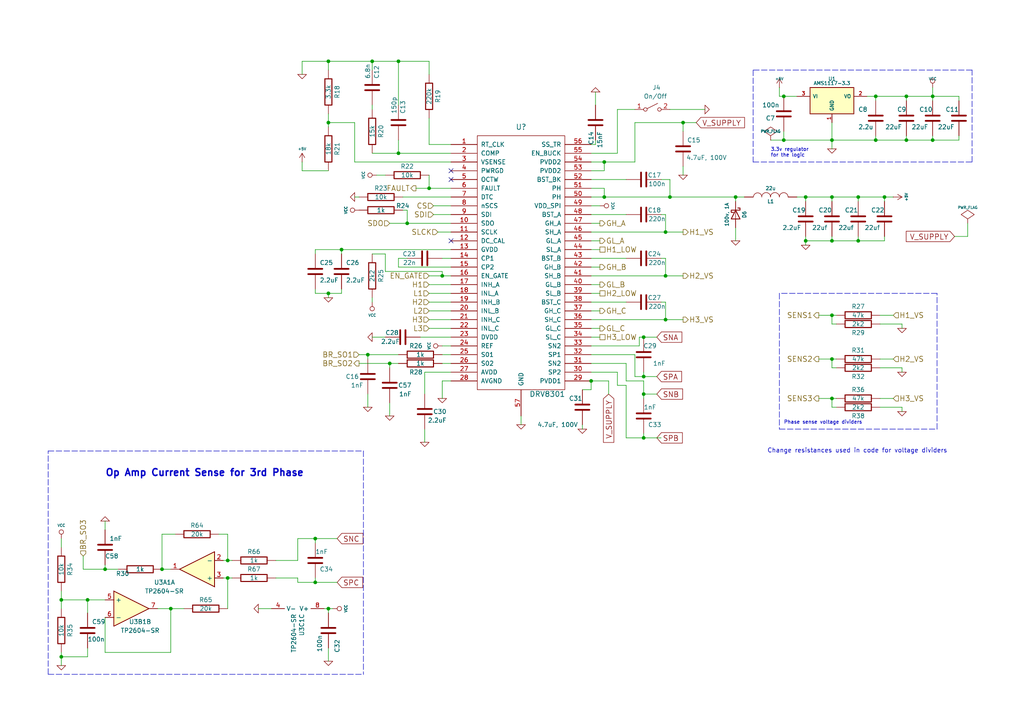
<source format=kicad_sch>
(kicad_sch (version 20250114) (generator "eeschema") (generator_version "9.0")
  (paper "A4")
  (title_block (title "Cheap FOCer 2") (date "2020-04-08") (rev "0.9") (company "Shaman Systems") (comment 1 "Root") (comment 4 "Top level"))
  (text "3.3v regulator\nfor the logic" (at 223.52 45.72 0) (effects (font (size 1.016 1.016)) (justify left bottom)))
  (text "Op Amp Current Sense for 3rd Phase" (at 30.48 138.43 0) (effects (font (size 2.0066 2.0066) (thickness 0.4013) (bold yes)) (justify left bottom)))
  (text "Change resistances used in code for voltage dividers" (at 248.666 130.81 0) (effects (font (size 1.27 1.27))))
  (text "Phase sense voltage dividers" (at 227.33 123.19 0) (effects (font (size 1.016 1.016)) (justify left bottom)))
  (junction (at 66.04 167.64))
  (junction (at 171.45 110.49))
  (junction (at 193.04 92.71))
  (junction (at 91.44 168.91))
  (junction (at 106.68 102.87))
  (junction (at 227.33 40.64))
  (junction (at 46.99 165.1))
  (junction (at 91.44 156.21))
  (junction (at 254 40.64))
  (junction (at 241.3 104.14))
  (junction (at 241.3 69.85))
  (junction (at 248.92 57.15))
  (junction (at 262.89 40.64))
  (junction (at 233.68 57.15))
  (junction (at 113.03 105.41))
  (junction (at 256.54 57.15))
  (junction (at 186.69 109.22))
  (junction (at 175.26 46.99))
  (junction (at 95.25 85.09))
  (junction (at 95.25 35.56))
  (junction (at 198.12 35.56))
  (junction (at 175.26 57.15))
  (junction (at 270.51 27.94))
  (junction (at 99.06 72.39))
  (junction (at 95.25 176.53))
  (junction (at 128.27 80.01))
  (junction (at 193.04 67.31))
  (junction (at 186.69 114.3))
  (junction (at 49.53 176.53))
  (junction (at 124.46 54.61))
  (junction (at 115.57 44.45))
  (junction (at 25.4 173.99))
  (junction (at 30.48 165.1))
  (junction (at 95.25 17.78))
  (junction (at 194.31 57.15))
  (junction (at 254 27.94))
  (junction (at 186.69 97.79))
  (junction (at 17.78 173.99))
  (junction (at 270.51 40.64))
  (junction (at 186.69 127))
  (junction (at 233.68 69.85))
  (junction (at 193.04 80.01))
  (junction (at 213.36 57.15))
  (junction (at 241.3 115.57))
  (junction (at 17.78 190.5))
  (junction (at 227.33 27.94))
  (junction (at 118.11 64.77))
  (junction (at 241.3 91.44))
  (junction (at 262.89 27.94))
  (junction (at 66.04 162.56))
  (junction (at 241.3 40.64))
  (junction (at 115.57 17.78))
  (junction (at 107.95 17.78))
  (junction (at 248.92 69.85))
  (junction (at 241.3 57.15))
  (no_connect (at 130.81 52.07))
  (no_connect (at 130.81 69.85))
  (no_connect (at 130.81 49.53))
  (wire (pts (xy 17.78 173.99) (xy 25.4 173.99)))
  (wire (pts (xy 233.68 69.85) (xy 233.68 68.58)))
  (wire (pts (xy 128.27 110.49) (xy 128.27 115.57)))
  (wire (pts (xy 194.31 31.75) (xy 204.47 31.75)))
  (wire (pts (xy 113.03 120.65) (xy 113.03 116.84)))
  (wire (pts (xy 50.8 154.94) (xy 46.99 154.94)))
  (wire (pts (xy 241.3 106.68) (xy 242.57 106.68)))
  (wire (pts (xy 237.49 115.57) (xy 241.3 115.57)))
  (wire (pts (xy 95.25 49.53) (xy 87.63 49.53)))
  (wire (pts (xy 179.07 31.75) (xy 179.07 44.45)))
  (wire (pts (xy 17.78 156.21) (xy 17.78 158.75)))
  (wire (pts (xy 213.36 58.42) (xy 213.36 57.15)))
  (wire (pts (xy 255.27 91.44) (xy 259.08 91.44)))
  (wire (pts (xy 173.99 82.55) (xy 171.45 82.55)))
  (wire (pts (xy 63.5 154.94) (xy 66.04 154.94)))
  (wire (pts (xy 280.67 68.58) (xy 276.86 68.58)))
  (wire (pts (xy 270.51 40.64) (xy 270.51 39.37)))
  (wire (pts (xy 241.3 35.56) (xy 241.3 40.64)))
  (wire (pts (xy 128.27 105.41) (xy 130.81 105.41)))
  (wire (pts (xy 25.4 173.99) (xy 30.48 173.99)))
  (polyline (pts (xy 281.94 46.99) (xy 281.94 20.32)) (stroke (width 0) (type dash)))
  (wire (pts (xy 171.45 102.87) (xy 184.15 102.87)))
  (wire (pts (xy 124.46 17.78) (xy 115.57 17.78)))
  (wire (pts (xy 173.99 90.17) (xy 171.45 90.17)))
  (wire (pts (xy 99.06 83.82) (xy 99.06 85.09)))
  (wire (pts (xy 193.04 67.31) (xy 198.12 67.31)))
  (wire (pts (xy 66.04 154.94) (xy 66.04 162.56)))
  (wire (pts (xy 255.27 118.11) (xy 261.62 118.11)))
  (wire (pts (xy 107.95 17.78) (xy 95.25 17.78)))
  (wire (pts (xy 151.13 120.65) (xy 151.13 123.19)))
  (wire (pts (xy 255.27 115.57) (xy 259.08 115.57)))
  (polyline (pts (xy 13.97 130.81) (xy 105.41 130.81)) (stroke (width 0) (type dash)))
  (wire (pts (xy 193.04 62.23) (xy 193.04 67.31)))
  (wire (pts (xy 128.27 100.33) (xy 130.81 100.33)))
  (wire (pts (xy 186.69 127) (xy 191.77 127)))
  (wire (pts (xy 193.04 80.01) (xy 198.12 80.01)))
  (wire (pts (xy 99.06 73.66) (xy 99.06 72.39)))
  (wire (pts (xy 173.99 77.47) (xy 171.45 77.47)))
  (wire (pts (xy 193.04 87.63) (xy 193.04 92.71)))
  (wire (pts (xy 278.13 27.94) (xy 278.13 29.21)))
  (wire (pts (xy 254 40.64) (xy 254 39.37)))
  (wire (pts (xy 241.3 40.64) (xy 241.3 43.18)))
  (wire (pts (xy 248.92 69.85) (xy 248.92 68.58)))
  (wire (pts (xy 107.95 31.75) (xy 107.95 30.48)))
  (wire (pts (xy 115.57 40.64) (xy 115.57 44.45)))
  (wire (pts (xy 241.3 91.44) (xy 242.57 91.44)))
  (wire (pts (xy 66.04 162.56) (xy 64.77 162.56)))
  (wire (pts (xy 115.57 74.93) (xy 115.57 77.47)))
  (wire (pts (xy 231.14 57.15) (xy 233.68 57.15)))
  (wire (pts (xy 171.45 87.63) (xy 181.61 87.63)))
  (wire (pts (xy 128.27 74.93) (xy 130.81 74.93)))
  (wire (pts (xy 194.31 57.15) (xy 213.36 57.15)))
  (wire (pts (xy 179.07 111.76) (xy 179.07 107.95)))
  (wire (pts (xy 49.53 176.53) (xy 45.72 176.53)))
  (wire (pts (xy 124.46 21.59) (xy 124.46 17.78)))
  (wire (pts (xy 241.3 104.14) (xy 241.3 106.68)))
  (wire (pts (xy 91.44 168.91) (xy 86.36 168.91)))
  (wire (pts (xy 113.03 106.68) (xy 113.03 105.41)))
  (wire (pts (xy 237.49 104.14) (xy 241.3 104.14)))
  (wire (pts (xy 233.68 69.85) (xy 241.3 69.85)))
  (wire (pts (xy 262.89 27.94) (xy 270.51 27.94)))
  (wire (pts (xy 179.07 44.45) (xy 171.45 44.45)))
  (wire (pts (xy 30.48 179.07) (xy 30.48 189.23)))
  (wire (pts (xy 176.53 110.49) (xy 176.53 114.3)))
  (wire (pts (xy 270.51 25.4) (xy 270.51 27.94)))
  (wire (pts (xy 254 27.94) (xy 262.89 27.94)))
  (wire (pts (xy 184.15 102.87) (xy 184.15 109.22)))
  (wire (pts (xy 233.68 57.15) (xy 241.3 57.15)))
  (wire (pts (xy 91.44 168.91) (xy 97.79 168.91)))
  (wire (pts (xy 255.27 106.68) (xy 261.62 106.68)))
  (polyline (pts (xy 13.97 195.58) (xy 105.41 195.58)) (stroke (width 0) (type dash)))
  (wire (pts (xy 121.92 97.79) (xy 130.81 97.79)))
  (wire (pts (xy 256.54 58.42) (xy 256.54 57.15)))
  (wire (pts (xy 25.4 187.96) (xy 25.4 190.5)))
  (wire (pts (xy 171.45 57.15) (xy 175.26 57.15)))
  (wire (pts (xy 184.15 35.56) (xy 184.15 46.99)))
  (wire (pts (xy 64.77 167.64) (xy 66.04 167.64)))
  (wire (pts (xy 226.06 27.94) (xy 226.06 25.4)))
  (polyline (pts (xy 281.94 20.32) (xy 218.44 20.32)) (stroke (width 0) (type dash)))
  (wire (pts (xy 104.14 102.87) (xy 106.68 102.87)))
  (wire (pts (xy 270.51 27.94) (xy 278.13 27.94)))
  (wire (pts (xy 124.46 41.91) (xy 130.81 41.91)))
  (wire (pts (xy 86.36 156.21) (xy 91.44 156.21)))
  (wire (pts (xy 111.76 78.74) (xy 128.27 78.74)))
  (wire (pts (xy 107.95 87.63) (xy 107.95 86.36)))
  (wire (pts (xy 124.46 54.61) (xy 130.81 54.61)))
  (wire (pts (xy 118.11 64.77) (xy 113.03 64.77)))
  (wire (pts (xy 193.04 87.63) (xy 191.77 87.63)))
  (wire (pts (xy 186.69 127) (xy 181.61 127)))
  (wire (pts (xy 66.04 176.53) (xy 66.04 167.64)))
  (wire (pts (xy 171.45 105.41) (xy 181.61 105.41)))
  (wire (pts (xy 125.73 59.69) (xy 130.81 59.69)))
  (wire (pts (xy 128.27 78.74) (xy 128.27 80.01)))
  (wire (pts (xy 118.11 74.93) (xy 115.57 74.93)))
  (wire (pts (xy 280.67 64.77) (xy 280.67 68.58)))
  (wire (pts (xy 241.3 57.15) (xy 248.92 57.15)))
  (wire (pts (xy 255.27 104.14) (xy 259.08 104.14)))
  (wire (pts (xy 17.78 171.45) (xy 17.78 173.99)))
  (wire (pts (xy 186.69 97.79) (xy 190.5 97.79)))
  (wire (pts (xy 124.46 41.91) (xy 124.46 34.29)))
  (wire (pts (xy 95.25 191.77) (xy 95.25 187.96)))
  (wire (pts (xy 102.87 35.56) (xy 95.25 35.56)))
  (wire (pts (xy 227.33 40.64) (xy 241.3 40.64)))
  (wire (pts (xy 17.78 190.5) (xy 17.78 189.23)))
  (wire (pts (xy 124.46 50.8) (xy 124.46 54.61)))
  (wire (pts (xy 86.36 168.91) (xy 86.36 167.64)))
  (wire (pts (xy 115.57 44.45) (xy 130.81 44.45)))
  (wire (pts (xy 130.81 85.09) (xy 124.46 85.09)))
  (wire (pts (xy 175.26 49.53) (xy 171.45 49.53)))
  (wire (pts (xy 226.06 27.94) (xy 227.33 27.94)))
  (wire (pts (xy 278.13 40.64) (xy 270.51 40.64)))
  (wire (pts (xy 181.61 105.41) (xy 181.61 110.49)))
  (wire (pts (xy 124.46 95.25) (xy 130.81 95.25)))
  (wire (pts (xy 171.45 97.79) (xy 173.99 97.79)))
  (polyline (pts (xy 271.78 124.46) (xy 271.78 85.09)) (stroke (width 0) (type dash)))
  (wire (pts (xy 172.72 26.67) (xy 172.72 30.48)))
  (wire (pts (xy 173.99 69.85) (xy 171.45 69.85)))
  (wire (pts (xy 91.44 156.21) (xy 97.79 156.21)))
  (wire (pts (xy 124.46 80.01) (xy 128.27 80.01)))
  (wire (pts (xy 256.54 69.85) (xy 248.92 69.85)))
  (wire (pts (xy 95.25 17.78) (xy 87.63 17.78)))
  (wire (pts (xy 17.78 173.99) (xy 17.78 176.53)))
  (wire (pts (xy 175.26 54.61) (xy 175.26 57.15)))
  (wire (pts (xy 184.15 46.99) (xy 175.26 46.99)))
  (wire (pts (xy 237.49 91.44) (xy 241.3 91.44)))
  (wire (pts (xy 261.62 106.68) (xy 261.62 107.95)))
  (wire (pts (xy 171.45 92.71) (xy 193.04 92.71)))
  (wire (pts (xy 87.63 17.78) (xy 87.63 21.59)))
  (wire (pts (xy 262.89 39.37) (xy 262.89 40.64)))
  (wire (pts (xy 116.84 57.15) (xy 130.81 57.15)))
  (wire (pts (xy 124.46 92.71) (xy 130.81 92.71)))
  (wire (pts (xy 95.25 33.02) (xy 95.25 35.56)))
  (wire (pts (xy 185.42 97.79) (xy 186.69 97.79)))
  (wire (pts (xy 95.25 85.09) (xy 91.44 85.09)))
  (wire (pts (xy 186.69 110.49) (xy 186.69 114.3)))
  (wire (pts (xy 227.33 38.1) (xy 227.33 40.64)))
  (wire (pts (xy 99.06 85.09) (xy 95.25 85.09)))
  (wire (pts (xy 123.19 107.95) (xy 130.81 107.95)))
  (wire (pts (xy 173.99 64.77) (xy 171.45 64.77)))
  (wire (pts (xy 46.99 154.94) (xy 46.99 165.1)))
  (polyline (pts (xy 218.44 20.32) (xy 218.44 46.99)) (stroke (width 0) (type dash)))
  (wire (pts (xy 130.81 90.17) (xy 124.46 90.17)))
  (wire (pts (xy 186.69 109.22) (xy 190.5 109.22)))
  (wire (pts (xy 171.45 110.49) (xy 176.53 110.49)))
  (wire (pts (xy 96.52 176.53) (xy 95.25 176.53)))
  (wire (pts (xy 171.45 54.61) (xy 175.26 54.61)))
  (wire (pts (xy 185.42 97.79) (xy 185.42 100.33)))
  (wire (pts (xy 30.48 189.23) (xy 49.53 189.23)))
  (wire (pts (xy 53.34 176.53) (xy 49.53 176.53)))
  (wire (pts (xy 127 67.31) (xy 130.81 67.31)))
  (wire (pts (xy 80.01 162.56) (xy 86.36 162.56)))
  (wire (pts (xy 227.33 27.94) (xy 231.14 27.94)))
  (wire (pts (xy 198.12 48.26) (xy 198.12 50.8)))
  (wire (pts (xy 30.48 165.1) (xy 34.29 165.1)))
  (wire (pts (xy 95.25 85.09) (xy 95.25 86.36)))
  (wire (pts (xy 171.45 72.39) (xy 173.99 72.39)))
  (wire (pts (xy 104.14 57.15) (xy 102.87 57.15)))
  (wire (pts (xy 175.26 57.15) (xy 194.31 57.15)))
  (wire (pts (xy 128.27 80.01) (xy 130.81 80.01)))
  (wire (pts (xy 213.36 66.04) (xy 213.36 69.85)))
  (wire (pts (xy 251.46 27.94) (xy 254 27.94)))
  (polyline (pts (xy 226.06 124.46) (xy 271.78 124.46)) (stroke (width 0) (type dash)))
  (wire (pts (xy 173.99 59.69) (xy 171.45 59.69)))
  (wire (pts (xy 17.78 193.04) (xy 17.78 190.5)))
  (wire (pts (xy 171.45 46.99) (xy 175.26 46.99)))
  (wire (pts (xy 171.45 67.31) (xy 193.04 67.31)))
  (polyline (pts (xy 271.78 85.09) (xy 226.06 85.09)) (stroke (width 0) (type dash)))
  (wire (pts (xy 49.53 189.23) (xy 49.53 176.53)))
  (wire (pts (xy 241.3 93.98) (xy 241.3 91.44)))
  (wire (pts (xy 95.25 176.53) (xy 93.98 176.53)))
  (wire (pts (xy 25.4 177.8) (xy 25.4 173.99)))
  (wire (pts (xy 241.3 118.11) (xy 241.3 115.57)))
  (wire (pts (xy 91.44 72.39) (xy 99.06 72.39)))
  (wire (pts (xy 241.3 68.58) (xy 241.3 69.85)))
  (wire (pts (xy 123.19 107.95) (xy 123.19 114.3)))
  (wire (pts (xy 24.13 161.29) (xy 24.13 165.1)))
  (wire (pts (xy 102.87 46.99) (xy 102.87 35.56)))
  (wire (pts (xy 191.77 52.07) (xy 194.31 52.07)))
  (wire (pts (xy 248.92 58.42) (xy 248.92 57.15)))
  (wire (pts (xy 116.84 60.96) (xy 118.11 60.96)))
  (wire (pts (xy 124.46 87.63) (xy 130.81 87.63)))
  (wire (pts (xy 186.69 115.57) (xy 186.69 114.3)))
  (wire (pts (xy 128.27 102.87) (xy 130.81 102.87)))
  (wire (pts (xy 107.95 73.66) (xy 111.76 73.66)))
  (wire (pts (xy 128.27 110.49) (xy 130.81 110.49)))
  (wire (pts (xy 198.12 35.56) (xy 201.93 35.56)))
  (wire (pts (xy 118.11 60.96) (xy 118.11 64.77)))
  (wire (pts (xy 168.91 123.19) (xy 168.91 124.46)))
  (wire (pts (xy 241.3 40.64) (xy 254 40.64)))
  (polyline (pts (xy 105.41 130.81) (xy 105.41 195.58)) (stroke (width 0) (type dash)))
  (wire (pts (xy 95.25 20.32) (xy 95.25 17.78)))
  (polyline (pts (xy 218.44 46.99) (xy 281.94 46.99)) (stroke (width 0) (type dash)))
  (wire (pts (xy 124.46 82.55) (xy 130.81 82.55)))
  (wire (pts (xy 111.76 97.79) (xy 107.95 97.79)))
  (wire (pts (xy 256.54 57.15) (xy 259.08 57.15)))
  (wire (pts (xy 91.44 157.48) (xy 91.44 156.21)))
  (wire (pts (xy 241.3 69.85) (xy 248.92 69.85)))
  (wire (pts (xy 181.61 111.76) (xy 179.07 111.76)))
  (wire (pts (xy 66.04 167.64) (xy 67.31 167.64)))
  (wire (pts (xy 130.81 64.77) (xy 118.11 64.77)))
  (wire (pts (xy 124.46 54.61) (xy 120.65 54.61)))
  (wire (pts (xy 172.72 41.91) (xy 172.72 40.64)))
  (wire (pts (xy 67.31 162.56) (xy 66.04 162.56)))
  (wire (pts (xy 193.04 74.93) (xy 193.04 80.01)))
  (wire (pts (xy 278.13 39.37) (xy 278.13 40.64)))
  (wire (pts (xy 255.27 93.98) (xy 261.62 93.98)))
  (wire (pts (xy 223.52 40.64) (xy 227.33 40.64)))
  (wire (pts (xy 242.57 118.11) (xy 241.3 118.11)))
  (wire (pts (xy 171.45 41.91) (xy 172.72 41.91)))
  (wire (pts (xy 24.13 165.1) (xy 30.48 165.1)))
  (wire (pts (xy 198.12 38.1) (xy 198.12 35.56)))
  (wire (pts (xy 248.92 57.15) (xy 256.54 57.15)))
  (wire (pts (xy 109.22 50.8) (xy 111.76 50.8)))
  (wire (pts (xy 181.61 127) (xy 181.61 111.76)))
  (wire (pts (xy 115.57 17.78) (xy 107.95 17.78)))
  (wire (pts (xy 74.93 176.53) (xy 78.74 176.53)))
  (polyline (pts (xy 226.06 85.09) (xy 226.06 124.46)) (stroke (width 0) (type dash)))
  (wire (pts (xy 91.44 73.66) (xy 91.44 72.39)))
  (wire (pts (xy 104.14 105.41) (xy 113.03 105.41)))
  (wire (pts (xy 171.45 113.03) (xy 171.45 110.49)))
  (wire (pts (xy 261.62 118.11) (xy 261.62 119.38)))
  (wire (pts (xy 130.81 46.99) (xy 102.87 46.99)))
  (wire (pts (xy 106.68 104.14) (xy 106.68 102.87)))
  (wire (pts (xy 173.99 95.25) (xy 171.45 95.25)))
  (wire (pts (xy 181.61 110.49) (xy 186.69 110.49)))
  (wire (pts (xy 171.45 100.33) (xy 185.42 100.33)))
  (wire (pts (xy 179.07 31.75) (xy 184.15 31.75)))
  (wire (pts (xy 49.53 165.1) (xy 46.99 165.1)))
  (wire (pts (xy 262.89 27.94) (xy 262.89 29.21)))
  (wire (pts (xy 125.73 62.23) (xy 130.81 62.23)))
  (wire (pts (xy 115.57 30.48) (xy 115.57 17.78)))
  (wire (pts (xy 106.68 102.87) (xy 115.57 102.87)))
  (wire (pts (xy 262.89 40.64) (xy 270.51 40.64)))
  (wire (pts (xy 181.61 62.23) (xy 171.45 62.23)))
  (wire (pts (xy 213.36 57.15) (xy 215.9 57.15)))
  (wire (pts (xy 241.3 104.14) (xy 242.57 104.14)))
  (wire (pts (xy 107.95 20.32) (xy 107.95 17.78)))
  (wire (pts (xy 194.31 52.07) (xy 194.31 57.15)))
  (wire (pts (xy 241.3 58.42) (xy 241.3 57.15)))
  (wire (pts (xy 115.57 77.47) (xy 130.81 77.47)))
  (wire (pts (xy 233.68 57.15) (xy 233.68 58.42)))
  (wire (pts (xy 107.95 44.45) (xy 115.57 44.45)))
  (wire (pts (xy 30.48 151.13) (xy 30.48 153.67)))
  (wire (pts (xy 193.04 92.71) (xy 198.12 92.71)))
  (wire (pts (xy 111.76 73.66) (xy 111.76 78.74)))
  (wire (pts (xy 95.25 35.56) (xy 95.25 36.83)))
  (wire (pts (xy 173.99 85.09) (xy 171.45 85.09)))
  (wire (pts (xy 193.04 62.23) (xy 191.77 62.23)))
  (wire (pts (xy 186.69 109.22) (xy 184.15 109.22)))
  (wire (pts (xy 254 27.94) (xy 254 29.21)))
  (wire (pts (xy 80.01 167.64) (xy 86.36 167.64)))
  (wire (pts (xy 91.44 167.64) (xy 91.44 168.91)))
  (wire (pts (xy 186.69 114.3) (xy 190.5 114.3)))
  (wire (pts (xy 87.63 49.53) (xy 87.63 46.99)))
  (wire (pts (xy 181.61 74.93) (xy 171.45 74.93)))
  (wire (pts (xy 233.68 71.12) (xy 233.68 69.85)))
  (wire (pts (xy 254 40.64) (xy 262.89 40.64)))
  (wire (pts (xy 242.57 93.98) (xy 241.3 93.98)))
  (wire (pts (xy 113.03 105.41) (xy 115.57 105.41)))
  (wire (pts (xy 123.19 128.27) (xy 123.19 124.46)))
  (wire (pts (xy 261.62 93.98) (xy 261.62 95.25)))
  (wire (pts (xy 106.68 118.11) (xy 106.68 114.3)))
  (wire (pts (xy 171.45 80.01) (xy 193.04 80.01)))
  (wire (pts (xy 270.51 27.94) (xy 270.51 29.21)))
  (wire (pts (xy 86.36 156.21) (xy 86.36 162.56)))
  (wire (pts (xy 25.4 190.5) (xy 17.78 190.5)))
  (polyline (pts (xy 13.97 195.58) (xy 13.97 130.81)) (stroke (width 0) (type dash)))
  (wire (pts (xy 186.69 125.73) (xy 186.69 127)))
  (wire (pts (xy 256.54 68.58) (xy 256.54 69.85)))
  (wire (pts (xy 181.61 52.07) (xy 171.45 52.07)))
  (wire (pts (xy 171.45 107.95) (xy 179.07 107.95)))
  (wire (pts (xy 186.69 107.95) (xy 186.69 109.22)))
  (wire (pts (xy 241.3 115.57) (xy 242.57 115.57)))
  (wire (pts (xy 30.48 163.83) (xy 30.48 165.1)))
  (wire (pts (xy 184.15 35.56) (xy 198.12 35.56)))
  (wire (pts (xy 95.25 177.8) (xy 95.25 176.53)))
  (wire (pts (xy 171.45 113.03) (xy 168.91 113.03)))
  (wire (pts (xy 175.26 46.99) (xy 175.26 49.53)))
  (wire (pts (xy 91.44 85.09) (xy 91.44 83.82)))
  (wire (pts (xy 193.04 74.93) (xy 191.77 74.93)))
  (wire (pts (xy 99.06 72.39) (xy 130.81 72.39)))
  (global_label "SNB" (shape input) (at 190.5 114.3 0) (effects (font (size 1.524 1.524))) (property "Intersheetrefs" "${INTERSHEET_REFS}" (effects (hide yes))))
  (global_label "SPC" (shape input) (at 97.79 168.91 0) (effects (font (size 1.524 1.524))) (property "Intersheetrefs" "${INTERSHEET_REFS}" (effects (hide yes))))
  (global_label "V_SUPPLY" (shape input) (at 201.93 35.56 0) (effects (font (size 1.524 1.524))) (property "Intersheetrefs" "${INTERSHEET_REFS}" (effects (hide yes))))
  (global_label "SPB" (shape input) (at 190.5 127 0) (effects (font (size 1.524 1.524))) (property "Intersheetrefs" "${INTERSHEET_REFS}" (effects (hide yes))))
  (global_label "V_SUPPLY" (shape input) (at 276.86 68.58 180) (effects (font (size 1.524 1.524))) (property "Intersheetrefs" "${INTERSHEET_REFS}" (effects (hide yes))))
  (global_label "SNC" (shape input) (at 97.79 156.21 0) (effects (font (size 1.524 1.524))) (property "Intersheetrefs" "${INTERSHEET_REFS}" (effects (hide yes))))
  (global_label "SNA" (shape input) (at 190.5 97.79 0) (effects (font (size 1.524 1.524))) (property "Intersheetrefs" "${INTERSHEET_REFS}" (effects (hide yes))))
  (global_label "SPA" (shape input) (at 190.5 109.22 0) (effects (font (size 1.524 1.524))) (property "Intersheetrefs" "${INTERSHEET_REFS}" (effects (hide yes))))
  (global_label "V_SUPPLY" (shape input) (at 176.53 114.3 270) (effects (font (size 1.524 1.524))) (property "Intersheetrefs" "${INTERSHEET_REFS}" (effects (hide yes))))
  (hierarchical_label "H3_LOW" (shape passive) (at 173.99 97.79 0) (effects (font (size 1.524 1.524))))
  (hierarchical_label "GH_A" (shape output) (at 173.99 64.77 0) (effects (font (size 1.524 1.524))))
  (hierarchical_label "H2_VS" (shape input) (at 259.08 104.14 0) (effects (font (size 1.524 1.524))))
  (hierarchical_label "H2_LOW" (shape passive) (at 173.99 85.09 0) (effects (font (size 1.524 1.524))))
  (hierarchical_label "SENS2" (shape output) (at 237.49 104.14 180) (effects (font (size 1.524 1.524))))
  (hierarchical_label "GH_C" (shape output) (at 173.99 90.17 0) (effects (font (size 1.524 1.524))))
  (hierarchical_label "SENS3" (shape output) (at 237.49 115.57 180) (effects (font (size 1.524 1.524))))
  (hierarchical_label "H2" (shape input) (at 124.46 87.63 180) (effects (font (size 1.524 1.524))))
  (hierarchical_label "L2" (shape input) (at 124.46 90.17 180) (effects (font (size 1.524 1.524))))
  (hierarchical_label "BR_SO2" (shape output) (at 104.14 105.41 180) (effects (font (size 1.524 1.524))))
  (hierarchical_label "GH_B" (shape output) (at 173.99 77.47 0) (effects (font (size 1.524 1.524))))
  (hierarchical_label "GL_B" (shape output) (at 173.99 82.55 0) (effects (font (size 1.524 1.524))))
  (hierarchical_label "H1_LOW" (shape passive) (at 173.99 72.39 0) (effects (font (size 1.524 1.524))))
  (hierarchical_label "FAULT" (shape output) (at 120.65 54.61 180) (effects (font (size 1.524 1.524))))
  (hierarchical_label "H3_VS" (shape input) (at 259.08 115.57 0) (effects (font (size 1.524 1.524))))
  (hierarchical_label "H3" (shape input) (at 124.46 92.71 180) (effects (font (size 1.524 1.524))))
  (hierarchical_label "L3" (shape input) (at 124.46 95.25 180) (effects (font (size 1.524 1.524))))
  (hierarchical_label "EN_GATE" (shape input) (at 124.46 80.01 180) (effects (font (size 1.524 1.524))))
  (hierarchical_label "GL_C" (shape output) (at 173.99 95.25 0) (effects (font (size 1.524 1.524))))
  (hierarchical_label "SLCK" (shape input) (at 127 67.31 180) (effects (font (size 1.524 1.524))))
  (hierarchical_label "SENS1" (shape output) (at 237.49 91.44 180) (effects (font (size 1.524 1.524))))
  (hierarchical_label "H1_VS" (shape input) (at 259.08 91.44 0) (effects (font (size 1.524 1.524))))
  (hierarchical_label "BR_SO3" (shape input) (at 24.13 161.29 90) (effects (font (size 1.524 1.524))))
  (hierarchical_label "H3_VS" (shape output) (at 198.12 92.71 0) (effects (font (size 1.524 1.524))))
  (hierarchical_label "H1_VS" (shape output) (at 198.12 67.31 0) (effects (font (size 1.524 1.524))))
  (hierarchical_label "H1" (shape input) (at 124.46 82.55 180) (effects (font (size 1.524 1.524))))
  (hierarchical_label "SDI" (shape input) (at 125.73 62.23 180) (effects (font (size 1.524 1.524))))
  (hierarchical_label "BR_SO1" (shape input) (at 104.14 102.87 180) (effects (font (size 1.524 1.524))))
  (hierarchical_label "GL_A" (shape output) (at 173.99 69.85 0) (effects (font (size 1.524 1.524))))
  (hierarchical_label "CS" (shape input) (at 125.73 59.69 180) (effects (font (size 1.524 1.524))))
  (hierarchical_label "H2_VS" (shape output) (at 198.12 80.01 0) (effects (font (size 1.524 1.524))))
  (hierarchical_label "L1" (shape input) (at 124.46 85.09 180) (effects (font (size 1.524 1.524))))
  (hierarchical_label "SDO" (shape input) (at 113.03 64.77 180) (effects (font (size 1.524 1.524))))
  (symbol (lib_id "BLDC_4-rescue:R-RESCUE-BLDC_4") (at 248.92 91.44 270) (unit 1)
    (property "Reference" "R27" (at 248.92 88.9 90))
    (property "Value" "47k" (at 248.92 91.44 90))
    (property "Footprint" "Resistor_SMD:R_0603_1608Metric" (effects (hide yes)))
  )
  (symbol (lib_id "BLDC_4-rescue:R-RESCUE-BLDC_4") (at 248.92 93.98 270) (unit 1)
    (property "Reference" "R29" (at 248.92 96.52 90))
    (property "Value" "2k2" (at 248.92 93.98 90))
    (property "Footprint" "Resistor_SMD:R_0603_1608Metric" (effects (hide yes)))
  )
  (symbol (lib_id "BLDC_4-rescue:GND-RESCUE-BLDC_4") (at 261.62 95.25 0) (unit 1)
    (property "Reference" "#PWR044" (effects (hide yes)))
    (property "Value" "GND" (effects (hide yes)))
  )
  (symbol (lib_id "BLDC_4-rescue:GND-RESCUE-BLDC_4") (at 261.62 107.95 0) (unit 1)
    (property "Reference" "#PWR048" (effects (hide yes)))
    (property "Value" "GND" (effects (hide yes)))
  )
  (symbol (lib_id "BLDC_4-rescue:R-RESCUE-BLDC_4") (at 248.92 106.68 270) (unit 1)
    (property "Reference" "R32" (at 248.92 109.22 90))
    (property "Value" "2k2" (at 248.92 106.68 90))
    (property "Footprint" "Resistor_SMD:R_0603_1608Metric" (effects (hide yes)))
  )
  (symbol (lib_id "BLDC_4-rescue:R-RESCUE-BLDC_4") (at 248.92 118.11 270) (unit 1)
    (property "Reference" "R38" (at 248.92 120.65 90))
    (property "Value" "2k2" (at 248.92 118.11 90))
    (property "Footprint" "Resistor_SMD:R_0603_1608Metric" (effects (hide yes)))
  )
  (symbol (lib_id "BLDC_4-rescue:GND-RESCUE-BLDC_4") (at 261.62 119.38 0) (unit 1)
    (property "Reference" "#PWR052" (effects (hide yes)))
    (property "Value" "GND" (effects (hide yes)))
  )
  (symbol (lib_id "BLDC_4-rescue:DRV8301") (at 151.13 85.09 0) (unit 1)
    (property "Reference" "U2" (at 151.13 36.83 0) (effects (font (size 1.524 1.524))))
    (property "Value" "DRV8301" (at 158.75 114.3 0) (effects (font (size 1.524 1.524))))
    (property "Footprint" "Package_SO:HTSSOP-56-1EP_6.1x14mm_P0.5mm_EP3.61x6.35mm" (effects (hide yes)))
    (property "Datasheet" "http://www.ti.com/lit/ds/symlink/drv8353r.pdf" (effects (hide yes)))
    (instances (project "" (path "" (reference "U?") (unit 1)) (path "" (reference "U2") (unit 1))))
  )
  (symbol (lib_id "BLDC_4-rescue:INDUCTOR") (at 223.52 57.15 90) (unit 1)
    (property "Reference" "L1" (at 223.52 58.42 90) (effects (font (size 1.016 1.016))))
    (property "Value" "22u" (at 223.52 54.61 90) (effects (font (size 1.016 1.016))))
    (property "Footprint" "Inductor_SMD:L_Taiyo-Yuden_NR-60xx_HandSoldering" (effects (hide yes)))
  )
  (symbol (lib_id "BLDC_4-rescue:C-RESCUE-BLDC_4") (at 254 34.29 0) (unit 1)
    (property "Reference" "C8" (at 248.92 31.75 0) (effects (justify left)))
    (property "Value" "2.2u" (at 248.92 36.83 0) (effects (justify left)))
    (property "Footprint" "Capacitor_SMD:C_0603_1608Metric" (effects (hide yes)))
  )
  (symbol (lib_id "BLDC_4-rescue:GND-RESCUE-BLDC_4") (at 241.3 43.18 0) (unit 1)
    (property "Reference" "#PWR027" (effects (hide yes)))
    (property "Value" "GND" (effects (hide yes)))
  )
  (symbol (lib_id "BLDC_4-rescue:VCC") (at 270.51 25.4 0) (unit 1)
    (property "Reference" "#PWR026" (effects (hide yes)))
    (property "Value" "VCC" (at 270.51 22.86 0) (effects (font (size 0.762 0.762))))
  )
  (symbol (lib_id "BLDC_4-rescue:PWR_FLAG") (at 223.52 40.64 0) (unit 1)
    (property "Reference" "#FLG01" (effects (hide yes)))
    (property "Value" "PWR_FLAG" (at 223.52 38.1 0) (effects (font (size 0.762 0.762))))
  )
  (symbol (lib_id "BLDC_4-rescue:PWR_FLAG") (at 280.67 64.77 0) (unit 1)
    (property "Reference" "#FLG02" (effects (hide yes)))
    (property "Value" "PWR_FLAG" (at 280.67 60.198 0) (effects (font (size 0.762 0.762))))
  )
  (symbol (lib_id "BLDC_4-rescue:NCP1117ST33T3G") (at 241.3 29.21 0) (unit 1)
    (property "Reference" "U1" (at 241.3 22.86 0) (effects (font (size 1.016 1.016))))
    (property "Value" "AMS1117-3.3" (at 241.3 24.13 0) (effects (font (size 1.016 1.016))))
    (property "Footprint" "Package_TO_SOT_SMD:SOT-223-3_TabPin2" (effects (hide yes)))
  )
  (symbol (lib_id "BLDC_4-rescue:GND-RESCUE-BLDC_4") (at 87.63 21.59 0) (unit 1)
    (property "Reference" "#PWR028" (effects (hide yes)))
    (property "Value" "GND" (effects (hide yes)))
  )
  (symbol (lib_id "BLDC_4-rescue:C-RESCUE-BLDC_4") (at 115.57 35.56 0) (unit 1)
    (property "Reference" "C13" (at 116.84 33.02 90) (effects (justify left)))
    (property "Value" "150p" (at 114.3 33.02 90) (effects (justify left)))
    (property "Footprint" "Capacitor_SMD:C_0603_1608Metric" (effects (hide yes)))
  )
  (symbol (lib_id "BLDC_4-rescue:C-RESCUE-BLDC_4") (at 168.91 118.11 180) (unit 1)
    (property "Reference" "C31" (at 168.91 115.57 0) (effects (justify left)))
    (property "Value" "4.7uF, 100V" (at 167.64 123.19 0) (effects (justify left)))
    (property "Footprint" "Capacitor_SMD:C_1210_3225Metric" (effects (hide yes)))
  )
  (symbol (lib_id "BLDC_4-rescue:GND-RESCUE-BLDC_4") (at 151.13 123.19 0) (unit 1)
    (property "Reference" "#PWR047" (effects (hide yes)))
    (property "Value" "GND" (effects (hide yes)))
  )
  (symbol (lib_id "BLDC_4-rescue:GND-RESCUE-BLDC_4") (at 168.91 124.46 0) (unit 1)
    (property "Reference" "#PWR049" (effects (hide yes)))
    (property "Value" "GND" (effects (hide yes)))
  )
  (symbol (lib_id "BLDC_4-rescue:GND-RESCUE-BLDC_4") (at 198.12 50.8 0) (unit 1)
    (property "Reference" "#PWR033" (effects (hide yes)))
    (property "Value" "GND" (effects (hide yes)))
  )
  (symbol (lib_id "Device:D_Schottky") (at 213.36 62.23 270) (unit 1)
    (property "Reference" "D6" (at 215.9 62.23 0) (effects (font (size 1.016 1.016))))
    (property "Value" "100v, 1A" (at 210.82 62.23 0) (effects (font (size 1.016 1.016))))
    (property "Footprint" "Diode_SMD:D_SMA" (effects (hide yes)))
  )
  (symbol (lib_id "power:+5V") (at 226.06 25.4 0) (unit 1)
    (property "Reference" "#PWR025" (effects (hide yes)))
    (property "Value" "+5V" (at 226.06 22.86 0) (effects (font (size 0.762 0.762))))
  )
  (symbol (lib_id "BLDC_4-rescue:C-RESCUE-BLDC_4") (at 123.19 74.93 90) (unit 1)
    (property "Reference" "C23" (at 120.65 73.66 90) (effects (justify left)))
    (property "Value" "22n" (at 120.65 76.2 90) (effects (justify left)))
    (property "Footprint" "Capacitor_SMD:C_0603_1608Metric" (effects (hide yes)))
  )
  (symbol (lib_id "BLDC_4-rescue:C-RESCUE-BLDC_4") (at 116.84 97.79 270) (unit 1)
    (property "Reference" "C28" (at 111.76 96.52 90) (effects (justify left)))
    (property "Value" "2.2uF" (at 110.49 99.06 90) (effects (justify left)))
    (property "Footprint" "Capacitor_SMD:C_0603_1608Metric" (effects (hide yes)))
  )
  (symbol (lib_id "BLDC_4-rescue:C-RESCUE-BLDC_4") (at 123.19 119.38 180) (unit 1)
    (property "Reference" "C30" (at 129.54 119.38 0) (effects (justify left)))
    (property "Value" "2.2uF" (at 129.54 121.92 0) (effects (justify left)))
    (property "Footprint" "Capacitor_SMD:C_0603_1608Metric" (effects (hide yes)))
  )
  (symbol (lib_id "Switch:SW_SPST") (at 189.23 31.75 0) (unit 1)
    (property "Reference" "J4" (at 189.23 25.4 0) (effects (justify left)))
    (property "Value" "On/Off" (at 186.69 27.94 0) (effects (justify left)))
    (property "Footprint" "Connector_JST:JST_PH_B2B-PH-K_1x02_P2.00mm_Vertical" (effects (hide yes)))
  )
  (symbol (lib_id "BLDC_4-rescue:C-RESCUE-BLDC_4") (at 227.33 33.02 180) (unit 1)
    (property "Reference" "C7" (at 224.79 34.29 0) (effects (justify left)))
    (property "Value" "100n" (at 226.06 30.48 0) (effects (justify left)))
    (property "Footprint" "Capacitor_SMD:C_0603_1608Metric" (effects (hide yes)))
    (instances (project "" (path "" (reference "C7") (unit 1)) (path "" (reference "C?") (unit 1))))
  )
  (symbol (lib_id "BLDC_4-rescue:R-RESCUE-BLDC_4") (at 118.11 50.8 90) (unit 1)
    (property "Reference" "R22" (at 118.11 48.26 90))
    (property "Value" "10k" (at 118.11 50.8 90))
    (property "Footprint" "Resistor_SMD:R_0603_1608Metric" (effects (hide yes)))
  )
  (symbol (lib_id "BLDC_4-rescue:R-RESCUE-BLDC_4") (at 124.46 27.94 180) (unit 1)
    (property "Reference" "R19" (at 127 27.94 90))
    (property "Value" "220k" (at 124.46 27.94 90))
    (property "Footprint" "Resistor_SMD:R_0603_1608Metric" (effects (hide yes)))
  )
  (symbol (lib_id "BLDC_4-rescue:C-RESCUE-BLDC_4") (at 241.3 63.5 180) (unit 1)
    (property "Reference" "C20" (at 241.3 60.96 0) (effects (justify left)))
    (property "Value" "22uf" (at 240.03 66.04 0) (effects (justify left)))
    (property "Footprint" "Capacitor_SMD:C_0805_2012Metric" (effects (hide yes)))
  )
  (symbol (lib_id "BLDC_4-rescue:C-RESCUE-BLDC_4") (at 248.92 63.5 180) (unit 1)
    (property "Reference" "C21" (at 248.92 60.96 0) (effects (justify left)))
    (property "Value" "22uf" (at 247.65 66.04 0) (effects (justify left)))
    (property "Footprint" "Capacitor_SMD:C_0805_2012Metric" (effects (hide yes)))
  )
  (symbol (lib_id "BLDC_4-rescue:R-RESCUE-BLDC_4") (at 107.95 80.01 0) (unit 1)
    (property "Reference" "R25" (at 110.49 80.01 90))
    (property "Value" "2k2" (at 107.95 80.01 90))
    (property "Footprint" "Resistor_SMD:R_0603_1608Metric" (effects (hide yes)))
  )
  (symbol (lib_id "power:+5V") (at 259.08 57.15 270) (unit 1)
    (property "Reference" "#PWR035" (effects (hide yes)))
    (property "Value" "+5V" (at 262.89 57.15 0) (effects (font (size 0.762 0.762))))
  )
  (symbol (lib_id "BLDC_4-rescue:C-RESCUE-BLDC_4") (at 107.95 25.4 0) (unit 1)
    (property "Reference" "C12" (at 109.22 22.86 90) (effects (justify left)))
    (property "Value" "6.8n" (at 106.68 22.86 90) (effects (justify left)))
    (property "Footprint" "Capacitor_SMD:C_0603_1608Metric" (effects (hide yes)))
  )
  (symbol (lib_id "BLDC_4-rescue:R-RESCUE-BLDC_4") (at 95.25 26.67 180) (unit 1)
    (property "Reference" "R18" (at 97.79 26.67 90))
    (property "Value" "3.3k" (at 95.25 26.67 90))
    (property "Footprint" "Resistor_SMD:R_0603_1608Metric" (effects (hide yes)))
  )
  (symbol (lib_id "BLDC_4-rescue:C-RESCUE-BLDC_4") (at 262.89 34.29 180) (unit 1)
    (property "Reference" "C9" (at 262.89 31.75 0) (effects (justify left)))
    (property "Value" "22uF" (at 261.62 36.83 0) (effects (justify left)))
    (property "Footprint" "Capacitor_SMD:C_0805_2012Metric" (effects (hide yes)))
  )
  (symbol (lib_id "BLDC_4-rescue:R-RESCUE-BLDC_4") (at 95.25 43.18 180) (unit 1)
    (property "Reference" "R21" (at 97.79 43.18 90))
    (property "Value" "18k" (at 95.25 43.18 90))
    (property "Footprint" "Resistor_SMD:R_0603_1608Metric" (effects (hide yes)))
  )
  (symbol (lib_id "BLDC_4-rescue:C-RESCUE-BLDC_4") (at 270.51 34.29 180) (unit 1)
    (property "Reference" "C10" (at 270.51 31.75 0) (effects (justify left)))
    (property "Value" "22uF" (at 269.24 36.83 0) (effects (justify left)))
    (property "Footprint" "Capacitor_SMD:C_0805_2012Metric" (effects (hide yes)))
  )
  (symbol (lib_id "BLDC_4-rescue:R-RESCUE-BLDC_4") (at 107.95 38.1 180) (unit 1)
    (property "Reference" "R20" (at 110.49 38.1 90))
    (property "Value" "15k" (at 107.95 38.1 90))
    (property "Footprint" "Resistor_SMD:R_0603_1608Metric" (effects (hide yes)))
  )
  (symbol (lib_id "power:+5V") (at 87.63 46.99 0) (unit 1)
    (property "Reference" "#PWR031" (effects (hide yes)))
    (property "Value" "+5V" (at 87.63 43.18 0) (effects (font (size 0.762 0.762))))
  )
  (symbol (lib_id "BLDC_4-rescue:C-RESCUE-BLDC_4") (at 278.13 34.29 180) (unit 1)
    (property "Reference" "C11" (at 278.13 31.75 0) (effects (justify left)))
    (property "Value" "22uF" (at 276.86 36.83 0) (effects (justify left)))
    (property "Footprint" "Capacitor_SMD:C_0805_2012Metric" (effects (hide yes)))
  )
  (symbol (lib_id "BLDC_4-rescue:C-RESCUE-BLDC_4") (at 256.54 63.5 180) (unit 1)
    (property "Reference" "C22" (at 256.54 60.96 0) (effects (justify left)))
    (property "Value" "22uf" (at 255.27 66.04 0) (effects (justify left)))
    (property "Footprint" "Capacitor_SMD:C_0805_2012Metric" (effects (hide yes)))
  )
  (symbol (lib_id "BLDC_4-rescue:VCC") (at 109.22 50.8 90) (unit 1)
    (property "Reference" "#PWR032" (effects (hide yes)))
    (property "Value" "VCC" (at 105.41 50.8 0) (effects (font (size 0.762 0.762))))
  )
  (symbol (lib_id "BLDC_4-rescue:R-RESCUE-BLDC_4") (at 110.49 57.15 90) (unit 1)
    (property "Reference" "R23" (at 110.49 54.61 90))
    (property "Value" "10k" (at 110.49 57.15 90))
    (property "Footprint" "Resistor_SMD:R_0603_1608Metric" (effects (hide yes)))
  )
  (symbol (lib_id "BLDC_4-rescue:GND-RESCUE-BLDC_4") (at 102.87 57.15 270) (unit 1)
    (property "Reference" "#PWR034" (effects (hide yes)))
    (property "Value" "GND" (effects (hide yes)))
  )
  (symbol (lib_id "BLDC_4-rescue:C-RESCUE-BLDC_4") (at 186.69 102.87 180) (unit 1)
    (property "Reference" "C29" (at 190.5 100.33 0) (effects (justify left)))
    (property "Value" "1nF" (at 193.04 105.41 0) (effects (justify left)))
    (property "Footprint" "Capacitor_SMD:C_0603_1608Metric" (effects (hide yes)))
  )
  (symbol (lib_id "Device:Opamp_Dual_Generic") (at 38.1 176.53 0) (unit 2)
    (property "Reference" "U3B1" (at 40.64 180.34 0))
    (property "Value" "TP2604-SR" (at 40.64 182.88 0))
    (property "Footprint" "Package_SO:SOIC-8_3.9x4.9mm_P1.27mm" (effects (hide yes)))
    (property "Datasheet" "http://www.ti.com/lit/ds/symlink/ina181.pdf" (effects (hide yes)))
  )
  (symbol (lib_id "Device:Opamp_Dual_Generic") (at 86.36 179.07 270) (unit 3)
    (property "Reference" "U3C1" (at 87.5284 178.0032 0) (effects (justify left)))
    (property "Value" "TP2604-SR" (at 85.217 178.0032 0) (effects (justify left)))
    (property "Footprint" "Package_SO:SOIC-8_3.9x4.9mm_P1.27mm" (effects (hide yes)))
    (property "Datasheet" "http://www.ti.com/lit/ds/symlink/ina181.pdf" (effects (hide yes)))
  )
  (symbol (lib_id "BLDC_4-rescue:R-RESCUE-BLDC_4") (at 110.49 60.96 270) (unit 1)
    (property "Reference" "R24" (at 116.84 59.69 90))
    (property "Value" "1k" (at 110.49 60.96 90))
    (property "Footprint" "Resistor_SMD:R_0603_1608Metric" (effects (hide yes)))
    (instances (project "" (path "" (reference "R24") (unit 1)) (path "" (reference "R?") (unit 1))))
  )
  (symbol (lib_id "BLDC_4-rescue:R-RESCUE-BLDC_4") (at 73.66 162.56 90) (unit 1)
    (property "Reference" "R66" (at 73.66 160.02 90))
    (property "Value" "1k" (at 73.66 162.56 90))
    (property "Footprint" "Resistor_SMD:R_0603_1608Metric" (effects (hide yes)))
  )
  (symbol (lib_id "BLDC_4-rescue:C-RESCUE-BLDC_4") (at 186.69 120.65 0) (unit 1)
    (property "Reference" "C33" (at 187.96 123.19 0) (effects (justify left)))
    (property "Value" "1nF" (at 186.69 118.11 0) (effects (justify left)))
    (property "Footprint" "Capacitor_SMD:C_0603_1608Metric" (effects (hide yes)))
  )
  (symbol (lib_id "BLDC_4-rescue:R-RESCUE-BLDC_4") (at 73.66 167.64 90) (unit 1)
    (property "Reference" "R67" (at 73.66 165.1 90))
    (property "Value" "1k" (at 73.66 167.64 90))
    (property "Footprint" "Resistor_SMD:R_0603_1608Metric" (effects (hide yes)))
  )
  (symbol (lib_id "BLDC_4-rescue:VCC") (at 104.14 60.96 90) (unit 1)
    (property "Reference" "#PWR037" (effects (hide yes)))
    (property "Value" "VCC" (at 100.33 60.96 0) (effects (font (size 0.762 0.762))))
  )
  (symbol (lib_id "BLDC_4-rescue:R-RESCUE-BLDC_4") (at 57.15 154.94 90) (unit 1)
    (property "Reference" "R64" (at 57.15 152.4 90))
    (property "Value" "20k" (at 57.15 154.94 90))
    (property "Footprint" "Resistor_SMD:R_0603_1608Metric" (effects (hide yes)))
  )
  (symbol (lib_id "BLDC_4-rescue:R-RESCUE-BLDC_4") (at 59.69 176.53 90) (unit 1)
    (property "Reference" "R65" (at 59.69 173.99 90))
    (property "Value" "20k" (at 59.69 176.53 90))
    (property "Footprint" "Resistor_SMD:R_0603_1608Metric" (effects (hide yes)))
  )
  (symbol (lib_id "BLDC_4-rescue:C-RESCUE-BLDC_4") (at 99.06 78.74 0) (unit 1)
    (property "Reference" "C26" (at 100.33 76.2 0) (effects (justify left)))
    (property "Value" "2.2uF" (at 100.33 81.28 0) (effects (justify left)))
    (property "Footprint" "Capacitor_SMD:C_0603_1608Metric" (effects (hide yes)))
  )
  (symbol (lib_id "BLDC_4-rescue:GND-RESCUE-BLDC_4") (at 74.93 176.53 270) (unit 1)
    (property "Reference" "#PWR082" (effects (hide yes)))
    (property "Value" "GND" (effects (hide yes)))
  )
  (symbol (lib_id "BLDC_4-rescue:C-RESCUE-BLDC_4") (at 91.44 78.74 0) (unit 1)
    (property "Reference" "C25" (at 92.71 76.2 0) (effects (justify left)))
    (property "Value" "2.2uF" (at 92.71 81.28 0) (effects (justify left)))
    (property "Footprint" "Capacitor_SMD:C_0603_1608Metric" (effects (hide yes)))
  )
  (symbol (lib_id "BLDC_4-rescue:GND-RESCUE-BLDC_4") (at 95.25 86.36 0) (unit 1)
    (property "Reference" "#PWR040" (effects (hide yes)))
    (property "Value" "GND" (effects (hide yes)))
  )
  (symbol (lib_id "BLDC_4-rescue:VCC") (at 107.95 87.63 180) (unit 1)
    (property "Reference" "#PWR041" (effects (hide yes)))
    (property "Value" "VCC" (at 107.95 91.44 0) (effects (font (size 0.762 0.762))))
  )
  (symbol (lib_id "BLDC_4-rescue:C-RESCUE-BLDC_4") (at 91.44 162.56 0) (unit 1)
    (property "Reference" "C34" (at 92.71 165.1 0) (effects (justify left)))
    (property "Value" "1nF" (at 91.44 160.02 0) (effects (justify left)))
    (property "Footprint" "Capacitor_SMD:C_0603_1608Metric" (effects (hide yes)))
  )
  (symbol (lib_id "BLDC_4-rescue:GND-RESCUE-BLDC_4") (at 107.95 97.79 270) (unit 1)
    (property "Reference" "#PWR042" (effects (hide yes)))
    (property "Value" "GND" (effects (hide yes)))
  )
  (symbol (lib_id "BLDC_4-rescue:GND-RESCUE-BLDC_4") (at 123.19 128.27 0) (unit 1)
    (property "Reference" "#PWR046" (effects (hide yes)))
    (property "Value" "GND" (effects (hide yes)))
  )
  (symbol (lib_id "BLDC_4-rescue:GND-RESCUE-BLDC_4") (at 128.27 115.57 0) (unit 1)
    (property "Reference" "#PWR045" (effects (hide yes)))
    (property "Value" "GND" (effects (hide yes)))
  )
  (symbol (lib_id "BLDC_4-rescue:VCC") (at 128.27 100.33 90) (unit 1)
    (property "Reference" "#PWR0102" (effects (hide yes)))
    (property "Value" "VCC" (at 124.46 100.33 0) (effects (font (size 0.762 0.762))))
  )
  (symbol (lib_id "BLDC_4-rescue:C-RESCUE-BLDC_4") (at 186.69 87.63 90) (unit 1)
    (property "Reference" "C27" (at 191.77 86.36 90) (effects (justify left)))
    (property "Value" "220n" (at 193.04 88.9 90) (effects (justify left)))
    (property "Footprint" "Capacitor_SMD:C_0603_1608Metric" (effects (hide yes)))
  )
  (symbol (lib_id "BLDC_4-rescue:C-RESCUE-BLDC_4") (at 186.69 74.93 90) (unit 1)
    (property "Reference" "C24" (at 191.77 73.66 90) (effects (justify left)))
    (property "Value" "220n" (at 193.04 76.2 90) (effects (justify left)))
    (property "Footprint" "Capacitor_SMD:C_0603_1608Metric" (effects (hide yes)))
  )
  (symbol (lib_id "BLDC_4-rescue:C-RESCUE-BLDC_4") (at 186.69 62.23 90) (unit 1)
    (property "Reference" "C18" (at 191.77 60.96 90) (effects (justify left)))
    (property "Value" "220n" (at 193.04 63.5 90) (effects (justify left)))
    (property "Footprint" "Capacitor_SMD:C_0603_1608Metric" (effects (hide yes)))
  )
  (symbol (lib_id "BLDC_4-rescue:VCC") (at 173.99 59.69 270) (unit 1)
    (property "Reference" "#PWR036" (effects (hide yes)))
    (property "Value" "VCC" (at 177.8 59.69 0) (effects (font (size 0.762 0.762))))
  )
  (symbol (lib_id "BLDC_4-rescue:C-RESCUE-BLDC_4") (at 186.69 52.07 90) (unit 1)
    (property "Reference" "C17" (at 191.77 50.8 90) (effects (justify left)))
    (property "Value" "100n" (at 193.04 53.34 90) (effects (justify left)))
    (property "Footprint" "Capacitor_SMD:C_0603_1608Metric" (effects (hide yes)))
  )
  (symbol (lib_id "BLDC_4-rescue:C-RESCUE-BLDC_4") (at 95.25 182.88 180) (unit 1)
    (property "Reference" "C32" (at 97.79 185.42 90) (effects (justify left)))
    (property "Value" "100n" (at 92.71 184.15 90) (effects (justify left)))
    (property "Footprint" "Capacitor_SMD:C_0603_1608Metric" (effects (hide yes)))
    (instances (project "" (path "" (reference "C32") (unit 1)) (path "" (reference "C?") (unit 1))))
  )
  (symbol (lib_id "BLDC_4-rescue:C-RESCUE-BLDC_4") (at 172.72 35.56 180) (unit 1)
    (property "Reference" "C14" (at 171.45 38.1 90) (effects (justify left)))
    (property "Value" "15nF" (at 173.99 38.1 90) (effects (justify left)))
    (property "Footprint" "Capacitor_SMD:C_0603_1608Metric" (effects (hide yes)))
  )
  (symbol (lib_id "BLDC_4-rescue:GND-RESCUE-BLDC_4") (at 95.25 191.77 0) (unit 1)
    (property "Reference" "#PWR0101" (effects (hide yes)))
    (property "Value" "GND" (effects (hide yes)))
  )
  (symbol (lib_id "BLDC_4-rescue:GND-RESCUE-BLDC_4") (at 172.72 26.67 180) (unit 1)
    (property "Reference" "#PWR029" (effects (hide yes)))
    (property "Value" "GND" (effects (hide yes)))
  )
  (symbol (lib_id "BLDC_4-rescue:GND-RESCUE-BLDC_4") (at 204.47 31.75 90) (unit 1)
    (property "Reference" "#PWR030" (effects (hide yes)))
    (property "Value" "GND" (effects (hide yes)))
  )
  (symbol (lib_id "BLDC_4-rescue:C-RESCUE-BLDC_4") (at 198.12 43.18 180) (unit 1)
    (property "Reference" "C15" (at 203.2 40.64 0) (effects (justify left)))
    (property "Value" "4.7uF, 100V" (at 210.82 45.72 0) (effects (justify left)))
    (property "Footprint" "Capacitor_SMD:C_1210_3225Metric" (effects (hide yes)))
    (instances (project "" (path "" (reference "C15") (unit 1)) (path "" (reference "C?") (unit 1))))
  )
  (symbol (lib_id "BLDC_4-rescue:GND-RESCUE-BLDC_4") (at 213.36 69.85 0) (unit 1)
    (property "Reference" "#PWR038" (effects (hide yes)))
    (property "Value" "GND" (effects (hide yes)))
  )
  (symbol (lib_id "BLDC_4-rescue:R-RESCUE-BLDC_4") (at 121.92 102.87 90) (unit 1)
    (property "Reference" "R26" (at 120.65 100.33 90))
    (property "Value" "1k" (at 121.92 102.87 90))
    (property "Footprint" "Resistor_SMD:R_0603_1608Metric" (effects (hide yes)))
  )
  (symbol (lib_id "BLDC_4-rescue:C-RESCUE-BLDC_4") (at 233.68 63.5 180) (unit 1)
    (property "Reference" "C19" (at 233.68 60.96 0) (effects (justify left)))
    (property "Value" "2.2uF" (at 232.41 66.04 0) (effects (justify left)))
    (property "Footprint" "Capacitor_SMD:C_0603_1608Metric" (effects (hide yes)))
  )
  (symbol (lib_id "BLDC_4-rescue:R-RESCUE-BLDC_4") (at 121.92 105.41 90) (unit 1)
    (property "Reference" "R28" (at 120.65 107.95 90))
    (property "Value" "1k" (at 121.92 105.41 90))
    (property "Footprint" "Resistor_SMD:R_0603_1608Metric" (effects (hide yes)))
  )
  (symbol (lib_id "BLDC_4-rescue:GND-RESCUE-BLDC_4") (at 233.68 71.12 0) (unit 1)
    (property "Reference" "#PWR039" (effects (hide yes)))
    (property "Value" "GND" (effects (hide yes)))
  )
  (symbol (lib_id "BLDC_4-rescue:C-RESCUE-BLDC_4") (at 113.03 111.76 180) (unit 1)
    (property "Reference" "C57" (at 119.38 111.76 0) (effects (justify left)))
    (property "Value" "1nF" (at 119.38 114.3 0) (effects (justify left)))
    (property "Footprint" "Capacitor_SMD:C_0603_1608Metric" (effects (hide yes)))
  )
  (symbol (lib_id "BLDC_4-rescue:C-RESCUE-BLDC_4") (at 106.68 109.22 180) (unit 1)
    (property "Reference" "C16" (at 104.14 109.22 0) (effects (justify left)))
    (property "Value" "1nF" (at 105.41 111.76 0) (effects (justify left)))
    (property "Footprint" "Capacitor_SMD:C_0603_1608Metric" (effects (hide yes)))
  )
  (symbol (lib_id "BLDC_4-rescue:R-RESCUE-BLDC_4") (at 248.92 104.14 270) (unit 1)
    (property "Reference" "R31" (at 248.92 101.6 90))
    (property "Value" "47k" (at 248.92 104.14 90))
    (property "Footprint" "Resistor_SMD:R_0603_1608Metric" (effects (hide yes)))
  )
  (symbol (lib_id "BLDC_4-rescue:R-RESCUE-BLDC_4") (at 248.92 115.57 270) (unit 1)
    (property "Reference" "R36" (at 248.92 113.03 90))
    (property "Value" "47k" (at 248.92 115.57 90))
    (property "Footprint" "Resistor_SMD:R_0603_1608Metric" (effects (hide yes)))
  )
  (symbol (lib_id "BLDC_4-rescue:GND-RESCUE-BLDC_4") (at 106.68 118.11 0) (unit 1)
    (property "Reference" "#PWR083" (effects (hide yes)))
    (property "Value" "GND" (effects (hide yes)))
  )
  (symbol (lib_id "BLDC_4-rescue:GND-RESCUE-BLDC_4") (at 113.03 120.65 0) (unit 1)
    (property "Reference" "#PWR084" (effects (hide yes)))
    (property "Value" "GND" (effects (hide yes)))
  )
  (symbol (lib_id "BLDC_4-rescue:R-RESCUE-BLDC_4") (at 40.64 165.1 90) (unit 1)
    (property "Reference" "R30" (at 35.56 166.37 90))
    (property "Value" "1k" (at 40.64 165.1 90))
    (property "Footprint" "Resistor_SMD:R_0603_1608Metric" (effects (hide yes)))
  )
  (symbol (lib_id "BLDC_4-rescue:C-RESCUE-BLDC_4") (at 30.48 158.75 0) (unit 1)
    (property "Reference" "C58" (at 30.48 161.29 0) (effects (justify left)))
    (property "Value" "1nF" (at 31.75 156.21 0) (effects (justify left)))
    (property "Footprint" "Capacitor_SMD:C_0603_1608Metric" (effects (hide yes)))
  )
  (symbol (lib_id "BLDC_4-rescue:GND-RESCUE-BLDC_4") (at 30.48 151.13 180) (unit 1)
    (property "Reference" "#PWR085" (effects (hide yes)))
    (property "Value" "GND" (effects (hide yes)))
  )
  (symbol (lib_id "BLDC_4-rescue:C-RESCUE-BLDC_4") (at 25.4 182.88 0) (unit 1)
    (property "Reference" "C59" (at 26.67 180.34 0) (effects (justify left)))
    (property "Value" "100n" (at 25.4 185.42 0) (effects (justify left)))
    (property "Footprint" "Capacitor_SMD:C_0603_1608Metric" (effects (hide yes)))
    (instances (project "" (path "" (reference "C59") (unit 1)) (path "" (reference "C?") (unit 1))))
  )
  (symbol (lib_id "Device:Opamp_Dual_Generic") (at 57.15 165.1 180) (unit 1)
    (property "Reference" "U3A1" (at 50.8 168.91 0) (effects (justify left)))
    (property "Value" "TP2604-SR" (at 53.34 171.45 0) (effects (justify left)))
    (property "Footprint" "Package_SO:SOIC-8_3.9x4.9mm_P1.27mm" (effects (hide yes)))
    (property "Datasheet" "http://www.ti.com/lit/ds/symlink/ina181.pdf" (effects (hide yes)))
  )
  (symbol (lib_id "BLDC_4-rescue:VCC") (at 96.52 176.53 270) (unit 1)
    (property "Reference" "#PWR053" (effects (hide yes)))
    (property "Value" "VCC" (at 100.33 176.53 0) (effects (font (size 0.762 0.762))))
  )
  (symbol (lib_id "BLDC_4-rescue:GND-RESCUE-BLDC_4") (at 17.78 193.04 0) (unit 1)
    (property "Reference" "#PWR050" (effects (hide yes)))
    (property "Value" "GND" (effects (hide yes)))
  )
  (symbol (lib_id "BLDC_4-rescue:R-RESCUE-BLDC_4") (at 17.78 165.1 0) (unit 1)
    (property "Reference" "R34" (at 20.32 165.1 90))
    (property "Value" "10k" (at 17.78 165.1 90))
    (property "Footprint" "Resistor_SMD:R_0603_1608Metric" (effects (hide yes)))
  )
  (symbol (lib_id "BLDC_4-rescue:R-RESCUE-BLDC_4") (at 17.78 182.88 0) (unit 1)
    (property "Reference" "R35" (at 20.32 182.88 90))
    (property "Value" "10k" (at 17.78 182.88 90))
    (property "Footprint" "Resistor_SMD:R_0603_1608Metric" (effects (hide yes)))
  )
  (symbol (lib_id "BLDC_4-rescue:VCC") (at 17.78 156.21 0) (unit 1)
    (property "Reference" "#PWR051" (effects (hide yes)))
    (property "Value" "VCC" (at 17.78 152.4 0) (effects (font (size 0.762 0.762))))
  )
)
</source>
